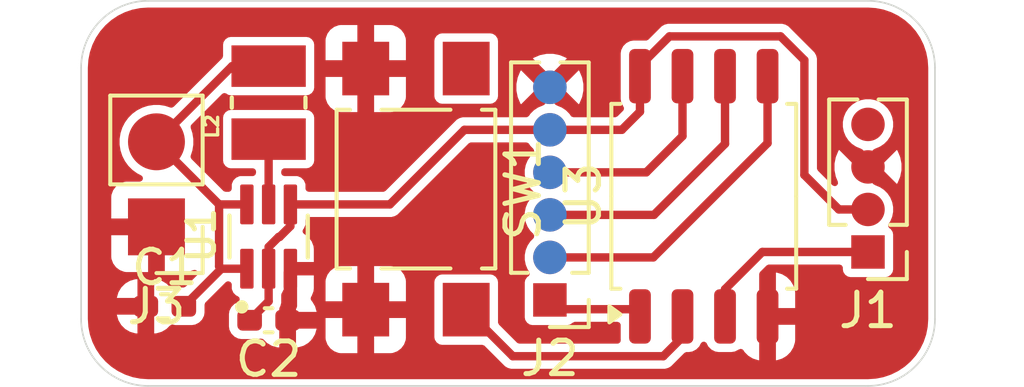
<source format=kicad_pcb>
(kicad_pcb (version 20241229) (generator "pcbnew") (generator_version "9.0")
  (layers (0 "F.Cu" signal) (2 "B.Cu" signal) (13 "F.Paste" user) (15 "B.Paste" user) (5 "F.SilkS" user "F.Silkscreen") (7 "B.SilkS" user "B.Silkscreen") (1 "F.Mask" user) (3 "B.Mask" user) (25 "Edge.Cuts" user))
  (net 0 "")
  (net 1 "+BATT")
  (net 2 "GND")
  (net 3 "+5V")
  (net 5 "/WS2812")
  (net 6 "/SDO")
  (net 7 "/SDI")
  (net 8 "/~RST")
  (net 9 "/SCK")
  (net 10 "Net-(U1-L)")
  (net 11 "Net-(U3-XTAL1{slash}PB3)")
  (footprint "Connectors:Pads_1x02_P2.54mm" (layer "F.Cu") (at 100.25 69.75 180)
    (property "Reference" "J3" (at 0 -2.38 0) (layer "F.SilkS"))
    (property "Value" "Conn_01x02")
    (fp_line (start 1.38 1.27) (end 1.38 3.92) (stroke (width 0.12)) (layer "F.SilkS"))
    (fp_line (start -1.38 3.92) (end 1.38 3.92) (stroke (width 0.12)) (layer "F.SilkS"))
    (fp_line (start -1.38 1.27) (end 1.38 1.27) (stroke (width 0.12)) (layer "F.SilkS"))
    (fp_line (start -1.38 1.27) (end -1.38 3.92) (stroke (width 0.12)) (layer "F.SilkS"))
    (fp_line (start -1.38 0) (end -1.38 -1.38) (stroke (width 0.12)) (layer "F.SilkS"))
    (fp_line (start -1.38 -1.38) (end 0 -1.38) (stroke (width 0.12)) (layer "F.SilkS"))
    (pad "1" smd rect (at 0 0 180) (size 1.7 1.7) (layers "F.Cu" "F.Mask" "F.Paste") (net 2 "GND"))
    (pad "2" smd circle (at 0 2.54 180) (size 1.7 1.7) (layers "F.Cu" "F.Mask" "F.Paste") (net 1 "+BATT"))
  )
  (footprint "Package_SO:SOIC-8_5.3x5.3mm_P1.27mm" (layer "F.Cu") (at 116.595 68.8375 90)
    (property "Reference" "U3" (at 0 -3.6 90) (layer "F.SilkS"))
    (property "Value" "ATtiny85-20S")
    (fp_line (start 2.76 -2.76) (end 2.76 -2.49) (stroke (width 0.12)) (layer "F.SilkS"))
    (fp_line (start 0 -2.76) (end 2.76 -2.76) (stroke (width 0.12)) (layer "F.SilkS"))
    (fp_line (start 0 -2.76) (end -2.76 -2.76) (stroke (width 0.12)) (layer "F.SilkS"))
    (fp_line (start -2.76 -2.76) (end -2.76 -2.49) (stroke (width 0.12)) (layer "F.SilkS"))
    (fp_line (start 2.76 2.76) (end 2.76 2.49) (stroke (width 0.12)) (layer "F.SilkS"))
    (fp_line (start 0 2.76) (end 2.76 2.76) (stroke (width 0.12)) (layer "F.SilkS"))
    (fp_line (start 0 2.76) (end -2.76 2.76) (stroke (width 0.12)) (layer "F.SilkS"))
    (fp_line (start -2.76 2.76) (end -2.76 2.49) (stroke (width 0.12)) (layer "F.SilkS"))
    (fp_poly (pts (xy -3.525 -2.49) (xy -3.765 -2.82) (xy -3.285 -2.82)) (stroke (width 0.12)) (fill yes) (layer "F.SilkS"))
    (pad "1" smd roundrect (at -3.5875 -1.905 90) (size 1.625 0.65) (layers "F.Cu" "F.Mask" "F.Paste") (net 8 "/~RST"))
    (pad "2" smd roundrect (at -3.5875 -0.635 90) (size 1.625 0.65) (layers "F.Cu" "F.Mask" "F.Paste") (net 11 "Net-(U3-XTAL1{slash}PB3)"))
    (pad "3" smd roundrect (at -3.5875 0.635 90) (size 1.625 0.65) (layers "F.Cu" "F.Mask" "F.Paste") (net 5 "/WS2812"))
    (pad "4" smd roundrect (at -3.5875 1.905 90) (size 1.625 0.65) (layers "F.Cu" "F.Mask" "F.Paste") (net 2 "GND"))
    (pad "5" smd roundrect (at 3.5875 1.905 90) (size 1.625 0.65) (layers "F.Cu" "F.Mask" "F.Paste") (net 6 "/SDO"))
    (pad "6" smd roundrect (at 3.5875 0.635 90) (size 1.625 0.65) (layers "F.Cu" "F.Mask" "F.Paste") (net 7 "/SDI"))
    (pad "7" smd roundrect (at 3.5875 -0.635 90) (size 1.625 0.65) (layers "F.Cu" "F.Mask" "F.Paste") (net 9 "/SCK"))
    (pad "8" smd roundrect (at 3.5875 -1.905 90) (size 1.625 0.65) (layers "F.Cu" "F.Mask" "F.Paste") (net 3 "+5V"))
  )
  (footprint "Connectors:Pads_1x04_P1.27mm" (layer "F.Cu") (at 121.5 70.5 180)
    (property "Reference" "J1" (at 0 -1.745 0) (layer "F.SilkS"))
    (property "Value" "Conn_01x04")
    (fp_line (start 1.16 0.81) (end 1.16 4.555) (stroke (width 0.12)) (layer "F.SilkS"))
    (fp_line (start 0.666708 0.81) (end 1.16 0.81) (stroke (width 0.12)) (layer "F.SilkS"))
    (fp_line (start 0.317923 4.555) (end 1.16 4.555) (stroke (width 0.12)) (layer "F.SilkS"))
    (fp_line (start -1.16 4.555) (end -0.317923 4.555) (stroke (width 0.12)) (layer "F.SilkS"))
    (fp_line (start -1.16 0.81) (end -0.666708 0.81) (stroke (width 0.12)) (layer "F.SilkS"))
    (fp_line (start -1.16 0.81) (end -1.16 4.555) (stroke (width 0.12)) (layer "F.SilkS"))
    (fp_line (start -1.16 0) (end -1.16 -0.81) (stroke (width 0.12)) (layer "F.SilkS"))
    (fp_line (start -1.16 -0.81) (end 0 -0.81) (stroke (width 0.12)) (layer "F.SilkS"))
    (pad "1" smd rect (at 0 0 180) (size 1 1) (layers "F.Cu" "F.Mask" "F.Paste") (net 5 "/WS2812"))
    (pad "2" smd circle (at 0 1.27 180) (size 1 1) (layers "F.Cu" "F.Mask" "F.Paste") (net 3 "+5V"))
    (pad "3" smd circle (at 0 2.54 180) (size 1 1) (layers "F.Cu" "F.Mask" "F.Paste") (net 2 "GND"))
    (pad "4" smd circle (at 0 3.81 180) (size 1 1) (layers "F.Cu" "F.Mask" "F.Paste"))
  )
  (footprint "Capacitor_SMD:C_0402_1005Metric_Pad0.74x0.62mm_HandSolder" (layer "F.Cu") (at 103.6 72.54 180)
    (property "Reference" "C2" (at 0 -1.16 0) (layer "F.SilkS"))
    (property "Value" "10u")
    (fp_line (start -0.115835 0.36) (end 0.115835 0.36) (stroke (width 0.12)) (layer "F.SilkS"))
    (fp_line (start -0.115835 -0.36) (end 0.115835 -0.36) (stroke (width 0.12)) (layer "F.SilkS"))
    (pad "1" smd roundrect (at -0.5675 0 180) (size 0.735 0.62) (layers "F.Cu" "F.Mask" "F.Paste") (net 2 "GND"))
    (pad "2" smd roundrect (at 0.5675 0 180) (size 0.735 0.62) (layers "F.Cu" "F.Mask" "F.Paste") (net 3 "+5V"))
  )
  (footprint "TPS61222DCKR:SOT65P210X110-6N" (layer "F.Cu") (at 103.6 70.04 90)
    (property "Reference" "U1" (at 0.04 -2.008 90) (layer "F.SilkS") (effects (font (size 0.8 0.8))))
    (property "Value" "TPS61222DCKR")
    (fp_line (start -0.625 -1.17) (end 0.625 -1.17) (stroke (width 0.127)) (layer "F.SilkS"))
    (fp_line (start -0.625 1.17) (end 0.625 1.17) (stroke (width 0.127)) (layer "F.SilkS"))
    (fp_circle (center -2.1 -0.802) (end -2 -0.802) (stroke (width 0.2)) (fill no) (layer "F.SilkS"))
    (pad "1" smd roundrect (at -0.96 -0.65 90) (size 1.19 0.4) (layers "F.Cu" "F.Mask" "F.Paste") (roundrect_rratio 0.125) (net 1 "+BATT"))
    (pad "2" smd roundrect (at -0.96 0 90) (size 1.19 0.4) (layers "F.Cu" "F.Mask" "F.Paste") (roundrect_rratio 0.125) (net 3 "+5V"))
    (pad "3" smd roundrect (at -0.96 0.65 90) (size 1.19 0.4) (layers "F.Cu" "F.Mask" "F.Paste") (roundrect_rratio 0.125) (net 2 "GND"))
    (pad "4" smd roundrect (at 0.96 0.65 90) (size 1.19 0.4) (layers "F.Cu" "F.Mask" "F.Paste") (roundrect_rratio 0.125) (net 3 "+5V"))
    (pad "5" smd roundrect (at 0.96 0 90) (size 1.19 0.4) (layers "F.Cu" "F.Mask" "F.Paste") (roundrect_rratio 0.125) (net 10 "Net-(U1-L)"))
    (pad "6" smd roundrect (at 0.96 -0.65 90) (size 1.19 0.4) (layers "F.Cu" "F.Mask" "F.Paste") (roundrect_rratio 0.125) (net 1 "+BATT"))
  )
  (footprint "Button_Switch_SMD:SW_SPST_TL3305B" (layer "F.Cu") (at 108 68.6225 -90)
    (property "Reference" "SW1" (at 0 -3.2 90) (layer "F.SilkS"))
    (property "Value" "SW_Push")
    (fp_line (start -2.37 2.37) (end 2.37 2.37) (stroke (width 0.12)) (layer "F.SilkS"))
    (fp_line (start -2.37 2.37) (end -2.37 1.97) (stroke (width 0.12)) (layer "F.SilkS"))
    (fp_line (start 2.37 2.37) (end 2.37 1.97) (stroke (width 0.12)) (layer "F.SilkS"))
    (fp_line (start -2.37 1.03) (end -2.37 -1.03) (stroke (width 0.12)) (layer "F.SilkS"))
    (fp_line (start 2.37 1.03) (end 2.37 -1.03) (stroke (width 0.12)) (layer "F.SilkS"))
    (fp_line (start -2.37 -2.37) (end -2.37 -1.97) (stroke (width 0.12)) (layer "F.SilkS"))
    (fp_line (start -2.37 -2.37) (end 2.37 -2.37) (stroke (width 0.12)) (layer "F.SilkS"))
    (fp_line (start 2.37 -2.37) (end 2.37 -1.97) (stroke (width 0.12)) (layer "F.SilkS"))
    (pad "1" smd rect (at -3.6 -1.5 270) (size 1.6 1.4) (layers "F.Cu" "F.Mask" "F.Paste") (net 11 "Net-(U3-XTAL1{slash}PB3)"))
    (pad "1" smd rect (at 3.6 -1.5 270) (size 1.6 1.4) (layers "F.Cu" "F.Mask" "F.Paste") (net 11 "Net-(U3-XTAL1{slash}PB3)"))
    (pad "2" smd rect (at -3.6 1.5 270) (size 1.6 1.4) (layers "F.Cu" "F.Mask" "F.Paste") (net 2 "GND"))
    (pad "2" smd rect (at 3.6 1.5 270) (size 1.6 1.4) (layers "F.Cu" "F.Mask" "F.Paste") (net 2 "GND"))
  )
  (footprint "LQM2HPN4R7MG0L:INDC2520X100N" (layer "F.Cu") (at 103.6 66.04 90)
    (property "Reference" "L2" (at -0.71 -1.7 90) (layer "F.SilkS") (effects (font (size 0.393701 0.393701))))
    (property "Value" "4.7u")
    (fp_line (start -0.15 -1.1) (end 0.15 -1.1) (stroke (width 0.127)) (layer "F.SilkS"))
    (fp_line (start -0.15 1.1) (end 0.15 1.1) (stroke (width 0.127)) (layer "F.SilkS"))
    (pad "1" smd rect (at -1.09 0 90) (size 1.24 2.22) (layers "F.Cu" "F.Mask" "F.Paste") (net 10 "Net-(U1-L)"))
    (pad "2" smd rect (at 1.09 0 90) (size 1.24 2.22) (layers "F.Cu" "F.Mask" "F.Paste") (net 1 "+BATT"))
  )
  (footprint "Connectors:Pads_1x06_P1.27mm" (layer "F.Cu") (at 112 71.9325 180)
    (property "Reference" "J2" (at 0 -1.745 0) (layer "F.SilkS"))
    (property "Value" "Conn_01x06")
    (fp_line (start 1.16 0.81) (end 1.16 7.095) (stroke (width 0.12)) (layer "F.SilkS"))
    (fp_line (start 0.666708 0.81) (end 1.16 0.81) (stroke (width 0.12)) (layer "F.SilkS"))
    (fp_line (start 0.317923 7.095) (end 1.16 7.095) (stroke (width 0.12)) (layer "F.SilkS"))
    (fp_line (start -1.16 7.095) (end -0.317923 7.095) (stroke (width 0.12)) (layer "F.SilkS"))
    (fp_line (start -1.16 0.81) (end -0.666708 0.81) (stroke (width 0.12)) (layer "F.SilkS"))
    (fp_line (start -1.16 0.81) (end -1.16 7.095) (stroke (width 0.12)) (layer "F.SilkS"))
    (fp_line (start -1.16 0) (end -1.16 -0.81) (stroke (width 0.12)) (layer "F.SilkS"))
    (fp_line (start -1.16 -0.81) (end 0 -0.81) (stroke (width 0.12)) (layer "F.SilkS"))
    (pad "1" smd rect (at 0 0 180) (size 1 1) (layers "F.Cu" "F.Mask" "F.Paste") (net 8 "/~RST"))
    (pad "2" smd circle (at 0 1.27 180) (size 1 1) (layers "*.Cu" "*.Mask") (net 6 "/SDO"))
    (pad "3" smd circle (at 0 2.54 180) (size 1 1) (layers "*.Cu" "*.Mask") (net 7 "/SDI"))
    (pad "4" smd circle (at 0 3.81 180) (size 1 1) (layers "*.Cu" "*.Mask") (net 9 "/SCK"))
    (pad "5" smd circle (at 0 5.08 180) (size 1 1) (layers "*.Cu" "*.Mask") (net 3 "+5V"))
    (pad "6" smd circle (at 0 6.35 180) (size 1 1) (layers "*.Cu" "*.Mask") (net 2 "GND"))
  )
  (footprint "Capacitor_SMD:C_0402_1005Metric_Pad0.74x0.62mm_HandSolder" (layer "F.Cu") (at 100.5 72.1225)
    (property "Reference" "C1" (at 0 -1.16 0) (layer "F.SilkS"))
    (property "Value" "10u")
    (fp_line (start -0.115835 -0.36) (end 0.115835 -0.36) (stroke (width 0.12)) (layer "F.SilkS"))
    (fp_line (start -0.115835 0.36) (end 0.115835 0.36) (stroke (width 0.12)) (layer "F.SilkS"))
    (pad "1" smd roundrect (at -0.5675 0) (size 0.735 0.62) (layers "F.Cu" "F.Mask" "F.Paste") (net 2 "GND"))
    (pad "2" smd roundrect (at 0.5675 0) (size 0.735 0.62) (layers "F.Cu" "F.Mask" "F.Paste") (net 1 "+BATT"))
  )
  (gr_arc (start 100 74.5) (mid 98.585786 73.914214) (end 98 72.5) (stroke (width 0.05)) (layer "Edge.Cuts"))
  (gr_line (start 98 72.5) (end 98 65) (stroke (width 0.05)) (layer "Edge.Cuts"))
  (gr_arc (start 98 65) (mid 98.585786 63.585786) (end 100 63) (stroke (width 0.05)) (layer "Edge.Cuts"))
  (gr_line (start 100 63) (end 121.5 63) (stroke (width 0.05)) (layer "Edge.Cuts"))
  (gr_line (start 123.5 65) (end 123.5 72.5) (stroke (width 0.05)) (layer "Edge.Cuts"))
  (gr_arc (start 121.5 63) (mid 122.914214 63.585786) (end 123.5 65) (stroke (width 0.05)) (layer "Edge.Cuts"))
  (gr_arc (start 123.5 72.5) (mid 122.914214 73.914214) (end 121.5 74.5) (stroke (width 0.05)) (layer "Edge.Cuts"))
  (gr_line (start 121.5 74.5) (end 100 74.5) (stroke (width 0.05)) (layer "Edge.Cuts"))
  (segment (start 102.51 64.95) (end 100.25 67.21) (width 0.25) (layer "F.Cu") (net 1))
  (segment (start 102.95 71) (end 102.19 71) (width 0.25) (layer "F.Cu") (net 1))
  (segment (start 102.12 69.08) (end 102.12 70.93) (width 0.25) (layer "F.Cu") (net 1))
  (segment (start 100.25 67.21) (end 102.12 69.08) (width 0.25) (layer "F.Cu") (net 1))
  (segment (start 102.12 70.93) (end 102.19 71) (width 0.25) (layer "F.Cu") (net 1))
  (segment (start 103.6 64.95) (end 102.51 64.95) (width 0.25) (layer "F.Cu") (net 1))
  (segment (start 102.19 71) (end 101.0675 72.1225) (width 0.25) (layer "F.Cu") (net 1))
  (segment (start 102.12 69.08) (end 102.95 69.08) (width 0.25) (layer "F.Cu") (net 1))
  (segment (start 118.890056 64.0615) (end 119.6 64.771444) (width 0.25) (layer "F.Cu") (net 3))
  (segment (start 114.69 64.941444) (end 115.569944 64.0615) (width 0.25) (layer "F.Cu") (net 3))
  (segment (start 114.69 66.31) (end 114.69 65.25) (width 0.25) (layer "F.Cu") (net 3))
  (segment (start 104.25 69.72884) (end 104.25 69.08) (width 0.25) (layer "F.Cu") (net 3))
  (segment (start 114.69 65.25) (end 114.69 64.941444) (width 0.25) (layer "F.Cu") (net 3))
  (segment (start 120.63 69.23) (end 121.5 69.23) (width 0.25) (layer "F.Cu") (net 3))
  (segment (start 114.1475 66.8525) (end 114.69 66.31) (width 0.25) (layer "F.Cu") (net 3))
  (segment (start 112 66.8525) (end 114.1475 66.8525) (width 0.25) (layer "F.Cu") (net 3))
  (segment (start 103.6 71) (end 103.6 70.35116) (width 0.25) (layer "F.Cu") (net 3))
  (segment (start 103.6 70.35116) (end 103.90016 70.051) (width 0.25) (layer "F.Cu") (net 3))
  (segment (start 103.6 71.9725) (end 103.0325 72.54) (width 0.25) (layer "F.Cu") (net 3))
  (segment (start 112 66.8525) (end 109.4475 66.8525) (width 0.25) (layer "F.Cu") (net 3))
  (segment (start 103.90016 70.051) (end 103.92784 70.051) (width 0.25) (layer "F.Cu") (net 3))
  (segment (start 103.6 71) (end 103.6 71.9725) (width 0.25) (layer "F.Cu") (net 3))
  (segment (start 103.92784 70.051) (end 104.25 69.72884) (width 0.25) (layer "F.Cu") (net 3))
  (segment (start 107.22 69.08) (end 104.25 69.08) (width 0.25) (layer "F.Cu") (net 3))
  (segment (start 119.6 64.771444) (end 119.6 68.2) (width 0.25) (layer "F.Cu") (net 3))
  (segment (start 115.569944 64.0615) (end 118.890056 64.0615) (width 0.25) (layer "F.Cu") (net 3))
  (segment (start 119.6 68.2) (end 120.63 69.23) (width 0.25) (layer "F.Cu") (net 3))
  (segment (start 109.4475 66.8525) (end 107.22 69.08) (width 0.25) (layer "F.Cu") (net 3))
  (segment (start 118.342501 70.5) (end 121.5 70.5) (width 0.25) (layer "F.Cu") (net 5))
  (segment (start 117.23 71.612501) (end 118.342501 70.5) (width 0.25) (layer "F.Cu") (net 5))
  (segment (start 117.23 72.425) (end 117.23 71.612501) (width 0.25) (layer "F.Cu") (net 5))
  (segment (start 112 70.6625) (end 115.0875 70.6625) (width 0.25) (layer "F.Cu") (net 6))
  (segment (start 115.0875 70.6625) (end 118.5 67.25) (width 0.25) (layer "F.Cu") (net 6))
  (segment (start 118.5 67.25) (end 118.5 65.25) (width 0.25) (layer "F.Cu") (net 6))
  (segment (start 115.1075 69.3925) (end 117.23 67.27) (width 0.25) (layer "F.Cu") (net 7))
  (segment (start 112 69.3925) (end 115.1075 69.3925) (width 0.25) (layer "F.Cu") (net 7))
  (segment (start 117.23 67.27) (end 117.23 65.25) (width 0.25) (layer "F.Cu") (net 7))
  (segment (start 114.4175 72.21) (end 112.2775 72.21) (width 0.25) (layer "F.Cu") (net 8))
  (segment (start 112.2775 72.21) (end 112 71.9325) (width 0.25) (layer "F.Cu") (net 8))
  (segment (start 114.595 72.3875) (end 114.4175 72.21) (width 0.25) (layer "F.Cu") (net 8))
  (segment (start 115.96 67.04) (end 115.96 65.25) (width 0.25) (layer "F.Cu") (net 9))
  (segment (start 114.8775 68.1225) (end 115.96 67.04) (width 0.25) (layer "F.Cu") (net 9))
  (segment (start 112 68.1225) (end 114.8775 68.1225) (width 0.25) (layer "F.Cu") (net 9))
  (segment (start 103.6 67.13) (end 103.6 69.08) (width 0.25) (layer "F.Cu") (net 10))
  (segment (start 115.3865 73.6135) (end 110.891 73.6135) (width 0.25) (layer "F.Cu") (net 11))
  (segment (start 110.891 73.6135) (end 109.5 72.2225) (width 0.25) (layer "F.Cu") (net 11))
  (segment (start 115.96 72.425) (end 115.96 73.04) (width 0.25) (layer "F.Cu") (net 11))
  (segment (start 115.96 73.04) (end 115.3865 73.6135) (width 0.25) (layer "F.Cu") (net 11))
  (zone (net 2) (net_name "GND") (layer "F.Cu") (name "GND") (connect_pads (clearance 0.2)) (min_thickness 0.2) (fill yes (thermal_gap 0.5) (thermal_bridge_width 0.5) (smoothing fillet) (radius 2))
    (polygon (pts (xy 123.5 63) (xy 98 63) (xy 98 74.5) (xy 123.5 74.5)))
  )
)
</source>
